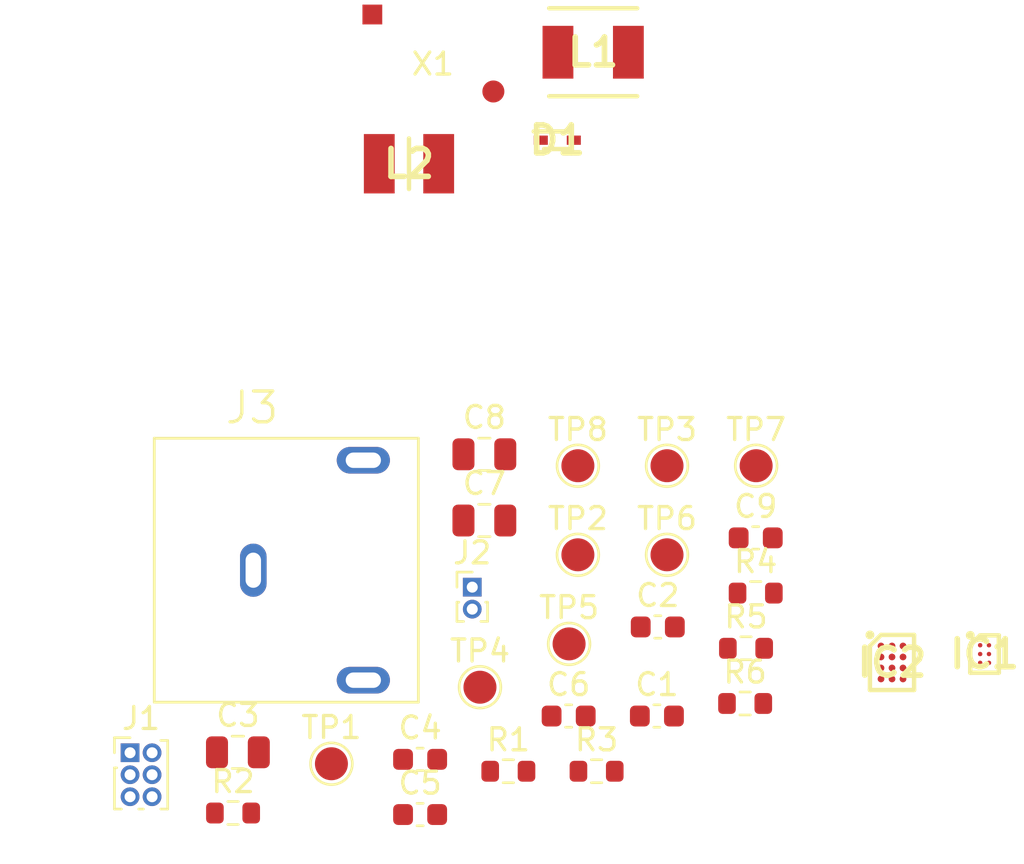
<source format=kicad_pcb>
(kicad_pcb (version 20171130) (host pcbnew "(5.1.5)-3")

  (general
    (thickness 1.6)
    (drawings 0)
    (tracks 0)
    (zones 0)
    (modules 32)
    (nets 21)
  )

  (page A4)
  (layers
    (0 F.Cu signal)
    (31 B.Cu signal hide)
    (32 B.Adhes user hide)
    (33 F.Adhes user hide)
    (34 B.Paste user hide)
    (35 F.Paste user hide)
    (36 B.SilkS user hide)
    (37 F.SilkS user hide)
    (38 B.Mask user hide)
    (39 F.Mask user hide)
    (40 Dwgs.User user hide)
    (41 Cmts.User user hide)
    (42 Eco1.User user hide)
    (43 Eco2.User user hide)
    (44 Edge.Cuts user hide)
    (45 Margin user hide)
    (46 B.CrtYd user hide)
    (47 F.CrtYd user hide)
    (48 B.Fab user hide)
    (49 F.Fab user)
  )

  (setup
    (last_trace_width 0.25)
    (trace_clearance 0.2)
    (zone_clearance 0.508)
    (zone_45_only no)
    (trace_min 0.2)
    (via_size 0.8)
    (via_drill 0.4)
    (via_min_size 0.4)
    (via_min_drill 0.3)
    (uvia_size 0.3)
    (uvia_drill 0.1)
    (uvias_allowed no)
    (uvia_min_size 0.2)
    (uvia_min_drill 0.1)
    (edge_width 0.05)
    (segment_width 0.2)
    (pcb_text_width 0.3)
    (pcb_text_size 1.5 1.5)
    (mod_edge_width 0.12)
    (mod_text_size 1 1)
    (mod_text_width 0.15)
    (pad_size 1.524 1.524)
    (pad_drill 0.762)
    (pad_to_mask_clearance 0)
    (aux_axis_origin 0 0)
    (visible_elements 7FFFFFFF)
    (pcbplotparams
      (layerselection 0x010fc_ffffffff)
      (usegerberextensions false)
      (usegerberattributes true)
      (usegerberadvancedattributes true)
      (creategerberjobfile true)
      (excludeedgelayer true)
      (linewidth 0.100000)
      (plotframeref false)
      (viasonmask false)
      (mode 1)
      (useauxorigin false)
      (hpglpennumber 1)
      (hpglpenspeed 20)
      (hpglpendiameter 15.000000)
      (psnegative false)
      (psa4output false)
      (plotreference true)
      (plotvalue true)
      (plotinvisibletext false)
      (padsonsilk false)
      (subtractmaskfromsilk false)
      (outputformat 1)
      (mirror false)
      (drillshape 1)
      (scaleselection 1)
      (outputdirectory ""))
  )

  (net 0 "")
  (net 1 GND)
  (net 2 +3V3)
  (net 3 +15V)
  (net 4 "Net-(C5-Pad1)")
  (net 5 "Net-(C6-Pad2)")
  (net 6 /AUDIO_IN)
  (net 7 "Net-(C7-Pad2)")
  (net 8 "Net-(C7-Pad1)")
  (net 9 "Net-(C8-Pad2)")
  (net 10 /MEMS_NEG_POLE)
  (net 11 "Net-(C9-Pad1)")
  (net 12 /VCC)
  (net 13 /VCC_IN)
  (net 14 /GAIN)
  (net 15 /ENABLE)
  (net 16 "Net-(J3-Pad2)")
  (net 17 "Net-(IC1-PadB1)")
  (net 18 /MEMS_POS_POLE)
  (net 19 "Net-(IC1-PadB2)")
  (net 20 "Net-(D1-Pad2)")

  (net_class Default "This is the default net class."
    (clearance 0.2)
    (trace_width 0.25)
    (via_dia 0.8)
    (via_drill 0.4)
    (uvia_dia 0.3)
    (uvia_drill 0.1)
    (add_net +15V)
    (add_net +3V3)
    (add_net /AUDIO_IN)
    (add_net /ENABLE)
    (add_net /GAIN)
    (add_net /MEMS_NEG_POLE)
    (add_net /MEMS_POS_POLE)
    (add_net /VCC)
    (add_net /VCC_IN)
    (add_net GND)
    (add_net "Net-(C5-Pad1)")
    (add_net "Net-(C6-Pad2)")
    (add_net "Net-(C7-Pad1)")
    (add_net "Net-(C7-Pad2)")
    (add_net "Net-(C8-Pad2)")
    (add_net "Net-(C9-Pad1)")
    (add_net "Net-(D1-Pad2)")
    (add_net "Net-(IC1-PadB1)")
    (add_net "Net-(IC1-PadB2)")
    (add_net "Net-(J3-Pad2)")
  )

  (module SamacSys_Parts:Adap_UT_P2019 (layer F.Cu) (tedit 612BF0E0) (tstamp 61547572)
    (at 77.9999 -26.92152)
    (path /612D2EC1)
    (solder_mask_margin 0.2)
    (solder_paste_ratio -0.1)
    (clearance 0.2)
    (fp_text reference X1 (at 0 0.5) (layer F.SilkS)
      (effects (font (size 1 1) (thickness 0.15)))
    )
    (fp_text value Adap_UT_P2019 (at 0.053071 2.987991) (layer F.Fab)
      (effects (font (size 1 1) (thickness 0.15)))
    )
    (fp_line (start -3.35 -2.35) (end 3.35 -2.35) (layer F.Fab) (width 0.12))
    (fp_line (start 3.35 2.35) (end 3.35 -2.35) (layer F.Fab) (width 0.12))
    (fp_line (start -3.35 2.35) (end -3.35 -2.35) (layer F.Fab) (width 0.12))
    (fp_line (start -3.35 2.35) (end 3.35 2.35) (layer F.Fab) (width 0.12))
    (pad 2 smd circle (at 2.75 1.75) (size 1 1) (layers F.Cu F.Paste F.Mask)
      (net 10 /MEMS_NEG_POLE) (zone_connect 0))
    (pad 1 smd custom (at -2.75 -1.75) (size 0.9 0.9) (layers F.Cu F.Paste F.Mask)
      (net 18 /MEMS_POS_POLE) (zone_connect 0)
      (options (clearance outline) (anchor rect))
      (primitives
      ))
  )

  (module SamacSys_Parts:INDC3225X170N (layer F.Cu) (tedit 0) (tstamp 61547438)
    (at 76.9149 -21.88652)
    (descr 1210/3225)
    (tags Inductor)
    (path /614A4A48)
    (attr smd)
    (fp_text reference L2 (at 0 0) (layer F.SilkS)
      (effects (font (size 1.27 1.27) (thickness 0.254)))
    )
    (fp_text value BRL3225T4R7M (at 0 0) (layer F.SilkS) hide
      (effects (font (size 1.27 1.27) (thickness 0.254)))
    )
    (fp_line (start 0 -1.15) (end 0 1.15) (layer F.SilkS) (width 0.2))
    (fp_line (start -1.6 1.25) (end -1.6 -1.25) (layer F.Fab) (width 0.1))
    (fp_line (start 1.6 1.25) (end -1.6 1.25) (layer F.Fab) (width 0.1))
    (fp_line (start 1.6 -1.25) (end 1.6 1.25) (layer F.Fab) (width 0.1))
    (fp_line (start -1.6 -1.25) (end 1.6 -1.25) (layer F.Fab) (width 0.1))
    (fp_line (start -2.3 1.6) (end -2.3 -1.6) (layer F.CrtYd) (width 0.05))
    (fp_line (start 2.3 1.6) (end -2.3 1.6) (layer F.CrtYd) (width 0.05))
    (fp_line (start 2.3 -1.6) (end 2.3 1.6) (layer F.CrtYd) (width 0.05))
    (fp_line (start -2.3 -1.6) (end 2.3 -1.6) (layer F.CrtYd) (width 0.05))
    (fp_text user %R (at 0 0) (layer F.Fab)
      (effects (font (size 1.27 1.27) (thickness 0.254)))
    )
    (pad 2 smd rect (at 1.35 0) (size 1.4 2.7) (layers F.Cu F.Paste F.Mask)
      (net 2 +3V3))
    (pad 1 smd rect (at -1.35 0) (size 1.4 2.7) (layers F.Cu F.Paste F.Mask)
      (net 20 "Net-(D1-Pad2)"))
    (model C:\SamacSys_PCB_Library\KiCad\SamacSys_Parts.3dshapes\BRL3225T4R7M.stp
      (at (xyz 0 0 0))
      (scale (xyz 1 1 1))
      (rotate (xyz 0 0 0))
    )
  )

  (module SamacSys_Parts:FDSD0420WH150MP3 (layer F.Cu) (tedit 0) (tstamp 61547428)
    (at 85.2849 -26.95652)
    (descr "1515 (4040) T=2.0mm")
    (tags Inductor)
    (path /614C1FFE)
    (attr smd)
    (fp_text reference L1 (at 0 0) (layer F.SilkS)
      (effects (font (size 1.27 1.27) (thickness 0.254)))
    )
    (fp_text value FDSD0420-H-100M=P3 (at 0 0) (layer F.SilkS) hide
      (effects (font (size 1.27 1.27) (thickness 0.254)))
    )
    (fp_line (start -2 2) (end 2 2) (layer F.SilkS) (width 0.2))
    (fp_line (start 2 -2) (end -2 -2) (layer F.SilkS) (width 0.2))
    (fp_line (start -2 2) (end -2 -2) (layer F.Fab) (width 0.1))
    (fp_line (start 2 2) (end -2 2) (layer F.Fab) (width 0.1))
    (fp_line (start 2 -2) (end 2 2) (layer F.Fab) (width 0.1))
    (fp_line (start -2 -2) (end 2 -2) (layer F.Fab) (width 0.1))
    (fp_line (start -2.85 2.35) (end -2.85 -2.35) (layer F.CrtYd) (width 0.05))
    (fp_line (start 2.85 2.35) (end -2.85 2.35) (layer F.CrtYd) (width 0.05))
    (fp_line (start 2.85 -2.35) (end 2.85 2.35) (layer F.CrtYd) (width 0.05))
    (fp_line (start -2.85 -2.35) (end 2.85 -2.35) (layer F.CrtYd) (width 0.05))
    (fp_text user %R (at 0 0) (layer F.Fab)
      (effects (font (size 1.27 1.27) (thickness 0.254)))
    )
    (pad 2 smd rect (at 1.6 0) (size 1.4 2.4) (layers F.Cu F.Paste F.Mask)
      (net 19 "Net-(IC1-PadB2)"))
    (pad 1 smd rect (at -1.6 0) (size 1.4 2.4) (layers F.Cu F.Paste F.Mask)
      (net 2 +3V3))
    (model C:\SamacSys_PCB_Library\KiCad\SamacSys_Parts.3dshapes\FDSD0420-H-100M=P3.stp
      (at (xyz 0 0 0))
      (scale (xyz 1 1 1))
      (rotate (xyz 0 0 0))
    )
  )

  (module SamacSys_Parts:SODFL1608X70N (layer F.Cu) (tedit 0) (tstamp 615472FF)
    (at 83.6549 -22.95652)
    (descr "SOD-523 CASE 502")
    (tags Diode)
    (path /612F0BD4)
    (attr smd)
    (fp_text reference D1 (at 0 0) (layer F.SilkS)
      (effects (font (size 1.27 1.27) (thickness 0.254)))
    )
    (fp_text value NSR0520V2T1G (at 0 0) (layer F.SilkS) hide
      (effects (font (size 1.27 1.27) (thickness 0.254)))
    )
    (fp_line (start -0.6 0.4) (end 0.6 0.4) (layer F.SilkS) (width 0.2))
    (fp_line (start -1.07 -0.4) (end 0.6 -0.4) (layer F.SilkS) (width 0.2))
    (fp_line (start -0.6 -0.08) (end -0.28 -0.4) (layer F.Fab) (width 0.1))
    (fp_line (start -0.6 0.4) (end -0.6 -0.4) (layer F.Fab) (width 0.1))
    (fp_line (start 0.6 0.4) (end -0.6 0.4) (layer F.Fab) (width 0.1))
    (fp_line (start 0.6 -0.4) (end 0.6 0.4) (layer F.Fab) (width 0.1))
    (fp_line (start -0.6 -0.4) (end 0.6 -0.4) (layer F.Fab) (width 0.1))
    (fp_line (start -1.22 0.6) (end -1.22 -0.6) (layer F.CrtYd) (width 0.05))
    (fp_line (start 1.22 0.6) (end -1.22 0.6) (layer F.CrtYd) (width 0.05))
    (fp_line (start 1.22 -0.6) (end 1.22 0.6) (layer F.CrtYd) (width 0.05))
    (fp_line (start -1.22 -0.6) (end 1.22 -0.6) (layer F.CrtYd) (width 0.05))
    (fp_text user %R (at 0 0) (layer F.Fab)
      (effects (font (size 1.27 1.27) (thickness 0.254)))
    )
    (pad 2 smd rect (at 0.75 0 90) (size 0.42 0.64) (layers F.Cu F.Paste F.Mask)
      (net 20 "Net-(D1-Pad2)"))
    (pad 1 smd rect (at -0.75 0 90) (size 0.42 0.64) (layers F.Cu F.Paste F.Mask)
      (net 4 "Net-(C5-Pad1)"))
    (model C:\SamacSys_PCB_Library\KiCad\SamacSys_Parts.3dshapes\NSR0520V2T1G.stp
      (at (xyz 0 0 0))
      (scale (xyz 1 1 1))
      (rotate (xyz 0 0 0))
    )
  )

  (module TestPoint:TestPoint_Pad_D1.5mm (layer F.Cu) (tedit 5A0F774F) (tstamp 61547F0F)
    (at 84.590661 -8.154939)
    (descr "SMD pad as test Point, diameter 1.5mm")
    (tags "test point SMD pad")
    (path /616730E8)
    (attr virtual)
    (fp_text reference TP8 (at 0 -1.648) (layer F.SilkS)
      (effects (font (size 1 1) (thickness 0.15)))
    )
    (fp_text value BSW (at 0 1.75) (layer F.Fab)
      (effects (font (size 1 1) (thickness 0.15)))
    )
    (fp_text user %R (at 0 -1.65) (layer F.Fab)
      (effects (font (size 1 1) (thickness 0.15)))
    )
    (fp_circle (center 0 0) (end 1.25 0) (layer F.CrtYd) (width 0.05))
    (fp_circle (center 0 0) (end 0 0.95) (layer F.SilkS) (width 0.12))
    (pad 1 smd circle (at 0 0) (size 1.5 1.5) (layers F.Cu F.Mask)
      (net 19 "Net-(IC1-PadB2)"))
  )

  (module TestPoint:TestPoint_Pad_D1.5mm (layer F.Cu) (tedit 5A0F774F) (tstamp 61547F07)
    (at 92.690661 -8.154939)
    (descr "SMD pad as test Point, diameter 1.5mm")
    (tags "test point SMD pad")
    (path /616720F7)
    (attr virtual)
    (fp_text reference TP7 (at 0 -1.648) (layer F.SilkS)
      (effects (font (size 1 1) (thickness 0.15)))
    )
    (fp_text value +15V (at 0 1.75) (layer F.Fab)
      (effects (font (size 1 1) (thickness 0.15)))
    )
    (fp_text user %R (at 0 -1.65) (layer F.Fab)
      (effects (font (size 1 1) (thickness 0.15)))
    )
    (fp_circle (center 0 0) (end 1.25 0) (layer F.CrtYd) (width 0.05))
    (fp_circle (center 0 0) (end 0 0.95) (layer F.SilkS) (width 0.12))
    (pad 1 smd circle (at 0 0) (size 1.5 1.5) (layers F.Cu F.Mask)
      (net 3 +15V))
  )

  (module TestPoint:TestPoint_Pad_D1.5mm (layer F.Cu) (tedit 5A0F774F) (tstamp 61547EFF)
    (at 88.640661 -4.104939)
    (descr "SMD pad as test Point, diameter 1.5mm")
    (tags "test point SMD pad")
    (path /6165D2F8)
    (attr virtual)
    (fp_text reference TP6 (at 0 -1.648) (layer F.SilkS)
      (effects (font (size 1 1) (thickness 0.15)))
    )
    (fp_text value VBST (at 0 1.75) (layer F.Fab)
      (effects (font (size 1 1) (thickness 0.15)))
    )
    (fp_text user %R (at 0 -1.65) (layer F.Fab)
      (effects (font (size 1 1) (thickness 0.15)))
    )
    (fp_circle (center 0 0) (end 1.25 0) (layer F.CrtYd) (width 0.05))
    (fp_circle (center 0 0) (end 0 0.95) (layer F.SilkS) (width 0.12))
    (pad 1 smd circle (at 0 0) (size 1.5 1.5) (layers F.Cu F.Mask)
      (net 4 "Net-(C5-Pad1)"))
  )

  (module TestPoint:TestPoint_Pad_D1.5mm (layer F.Cu) (tedit 5A0F774F) (tstamp 61547EF7)
    (at 84.190661 -0.054939)
    (descr "SMD pad as test Point, diameter 1.5mm")
    (tags "test point SMD pad")
    (path /61653600)
    (attr virtual)
    (fp_text reference TP5 (at 0 -1.648) (layer F.SilkS)
      (effects (font (size 1 1) (thickness 0.15)))
    )
    (fp_text value VCC (at 0 1.75) (layer F.Fab)
      (effects (font (size 1 1) (thickness 0.15)))
    )
    (fp_text user %R (at 0 -1.65) (layer F.Fab)
      (effects (font (size 1 1) (thickness 0.15)))
    )
    (fp_circle (center 0 0) (end 1.25 0) (layer F.CrtYd) (width 0.05))
    (fp_circle (center 0 0) (end 0 0.95) (layer F.SilkS) (width 0.12))
    (pad 1 smd circle (at 0 0) (size 1.5 1.5) (layers F.Cu F.Mask)
      (net 2 +3V3))
  )

  (module TestPoint:TestPoint_Pad_D1.5mm (layer F.Cu) (tedit 5A0F774F) (tstamp 61547EEF)
    (at 80.140661 1.915061)
    (descr "SMD pad as test Point, diameter 1.5mm")
    (tags "test point SMD pad")
    (path /6162CD04)
    (attr virtual)
    (fp_text reference TP4 (at 0 -1.648) (layer F.SilkS)
      (effects (font (size 1 1) (thickness 0.15)))
    )
    (fp_text value MEMS_NEG_POLE (at 0 1.75) (layer F.Fab)
      (effects (font (size 1 1) (thickness 0.15)))
    )
    (fp_text user %R (at 0 -1.65) (layer F.Fab)
      (effects (font (size 1 1) (thickness 0.15)))
    )
    (fp_circle (center 0 0) (end 1.25 0) (layer F.CrtYd) (width 0.05))
    (fp_circle (center 0 0) (end 0 0.95) (layer F.SilkS) (width 0.12))
    (pad 1 smd circle (at 0 0) (size 1.5 1.5) (layers F.Cu F.Mask)
      (net 10 /MEMS_NEG_POLE))
  )

  (module TestPoint:TestPoint_Pad_D1.5mm (layer F.Cu) (tedit 5A0F774F) (tstamp 61547EE7)
    (at 88.640661 -8.154939)
    (descr "SMD pad as test Point, diameter 1.5mm")
    (tags "test point SMD pad")
    (path /6162D4C8)
    (attr virtual)
    (fp_text reference TP3 (at 0 -1.648) (layer F.SilkS)
      (effects (font (size 1 1) (thickness 0.15)))
    )
    (fp_text value MEMS_POS_POLE (at 0 1.75) (layer F.Fab)
      (effects (font (size 1 1) (thickness 0.15)))
    )
    (fp_text user %R (at 0 -1.65) (layer F.Fab)
      (effects (font (size 1 1) (thickness 0.15)))
    )
    (fp_circle (center 0 0) (end 1.25 0) (layer F.CrtYd) (width 0.05))
    (fp_circle (center 0 0) (end 0 0.95) (layer F.SilkS) (width 0.12))
    (pad 1 smd circle (at 0 0) (size 1.5 1.5) (layers F.Cu F.Mask)
      (net 18 /MEMS_POS_POLE))
  )

  (module TestPoint:TestPoint_Pad_D1.5mm (layer F.Cu) (tedit 5A0F774F) (tstamp 61547EDF)
    (at 84.590661 -4.104939)
    (descr "SMD pad as test Point, diameter 1.5mm")
    (tags "test point SMD pad")
    (path /6162BE10)
    (attr virtual)
    (fp_text reference TP2 (at 0 -1.648) (layer F.SilkS)
      (effects (font (size 1 1) (thickness 0.15)))
    )
    (fp_text value "Second signal" (at 0 1.75) (layer F.Fab)
      (effects (font (size 1 1) (thickness 0.15)))
    )
    (fp_text user %R (at 0 -1.65) (layer F.Fab)
      (effects (font (size 1 1) (thickness 0.15)))
    )
    (fp_circle (center 0 0) (end 1.25 0) (layer F.CrtYd) (width 0.05))
    (fp_circle (center 0 0) (end 0 0.95) (layer F.SilkS) (width 0.12))
    (pad 1 smd circle (at 0 0) (size 1.5 1.5) (layers F.Cu F.Mask)
      (net 16 "Net-(J3-Pad2)"))
  )

  (module TestPoint:TestPoint_Pad_D1.5mm (layer F.Cu) (tedit 5A0F774F) (tstamp 61547ED7)
    (at 73.390661 5.395061)
    (descr "SMD pad as test Point, diameter 1.5mm")
    (tags "test point SMD pad")
    (path /6162CBDE)
    (attr virtual)
    (fp_text reference TP1 (at 0 -1.648) (layer F.SilkS)
      (effects (font (size 1 1) (thickness 0.15)))
    )
    (fp_text value Audio (at 0 1.75) (layer F.Fab)
      (effects (font (size 1 1) (thickness 0.15)))
    )
    (fp_text user %R (at 0 -1.65) (layer F.Fab)
      (effects (font (size 1 1) (thickness 0.15)))
    )
    (fp_circle (center 0 0) (end 1.25 0) (layer F.CrtYd) (width 0.05))
    (fp_circle (center 0 0) (end 0 0.95) (layer F.SilkS) (width 0.12))
    (pad 1 smd circle (at 0 0) (size 1.5 1.5) (layers F.Cu F.Mask)
      (net 1 GND))
  )

  (module SamacSys_Parts:BGA12C50P3X4_146X196X68 (layer F.Cu) (tedit 0) (tstamp 61549E57)
    (at 98.86466 0.7904)
    (descr YZR0012)
    (tags "Integrated Circuit")
    (path /6128DFE1)
    (attr smd)
    (fp_text reference IC2 (at 0 0) (layer F.SilkS)
      (effects (font (size 1.27 1.27) (thickness 0.254)))
    )
    (fp_text value LM48580TL_NOPB (at 0 0) (layer F.SilkS) hide
      (effects (font (size 1.27 1.27) (thickness 0.254)))
    )
    (fp_text user %R (at 0 0) (layer F.Fab)
      (effects (font (size 1.27 1.27) (thickness 0.254)))
    )
    (fp_line (start -1.745 -1.995) (end 1.745 -1.995) (layer F.CrtYd) (width 0.05))
    (fp_line (start 1.745 -1.995) (end 1.745 1.995) (layer F.CrtYd) (width 0.05))
    (fp_line (start 1.745 1.995) (end -1.745 1.995) (layer F.CrtYd) (width 0.05))
    (fp_line (start -1.745 1.995) (end -1.745 -1.995) (layer F.CrtYd) (width 0.05))
    (fp_line (start -0.73 -0.98) (end 0.73 -0.98) (layer F.Fab) (width 0.1))
    (fp_line (start 0.73 -0.98) (end 0.73 0.98) (layer F.Fab) (width 0.1))
    (fp_line (start 0.73 0.98) (end -0.73 0.98) (layer F.Fab) (width 0.1))
    (fp_line (start -0.73 0.98) (end -0.73 -0.98) (layer F.Fab) (width 0.1))
    (fp_line (start -0.73 -0.482) (end -0.232 -0.98) (layer F.Fab) (width 0.1))
    (fp_line (start -0.5 -1.253) (end 1.003 -1.253) (layer F.SilkS) (width 0.2))
    (fp_line (start 1.003 -1.253) (end 1.003 1.253) (layer F.SilkS) (width 0.2))
    (fp_line (start 1.003 1.253) (end -1.003 1.253) (layer F.SilkS) (width 0.2))
    (fp_line (start -1.003 1.253) (end -1.003 -0.75) (layer F.SilkS) (width 0.2))
    (fp_line (start -1.003 -0.75) (end -0.5 -1.253) (layer F.SilkS) (width 0.2))
    (fp_circle (center -1.003 -1.253) (end -1.003 -1.153) (layer F.SilkS) (width 0.2))
    (pad D3 smd circle (at 0.5 0.75 90) (size 0.306 0.306) (layers F.Cu F.Paste F.Mask)
      (net 1 GND))
    (pad D2 smd circle (at 0 0.75 90) (size 0.306 0.306) (layers F.Cu F.Paste F.Mask)
      (net 2 +3V3))
    (pad D1 smd circle (at -0.5 0.75 90) (size 0.306 0.306) (layers F.Cu F.Paste F.Mask)
      (net 4 "Net-(C5-Pad1)"))
    (pad C3 smd circle (at 0.5 0.25 90) (size 0.306 0.306) (layers F.Cu F.Paste F.Mask)
      (net 2 +3V3))
    (pad C2 smd circle (at 0 0.25 90) (size 0.306 0.306) (layers F.Cu F.Paste F.Mask)
      (net 15 /ENABLE))
    (pad C1 smd circle (at -0.5 0.25 90) (size 0.306 0.306) (layers F.Cu F.Paste F.Mask)
      (net 4 "Net-(C5-Pad1)"))
    (pad B3 smd circle (at 0.5 -0.25 90) (size 0.306 0.306) (layers F.Cu F.Paste F.Mask)
      (net 11 "Net-(C9-Pad1)"))
    (pad B2 smd circle (at 0 -0.25 90) (size 0.306 0.306) (layers F.Cu F.Paste F.Mask)
      (net 14 /GAIN))
    (pad B1 smd circle (at -0.5 -0.25 90) (size 0.306 0.306) (layers F.Cu F.Paste F.Mask)
      (net 9 "Net-(C8-Pad2)"))
    (pad A3 smd circle (at 0.5 -0.75 90) (size 0.306 0.306) (layers F.Cu F.Paste F.Mask)
      (net 5 "Net-(C6-Pad2)"))
    (pad A2 smd circle (at 0 -0.75 90) (size 0.306 0.306) (layers F.Cu F.Paste F.Mask)
      (net 1 GND))
    (pad A1 smd circle (at -0.5 -0.75 90) (size 0.306 0.306) (layers F.Cu F.Paste F.Mask)
      (net 7 "Net-(C7-Pad2)"))
    (model "C:\\Users\\gebruikersnaam\\Documents\\Opleidingen\\Industiele ingenieur\\Opleiding elektronica\\Master jaar\\Masterproef 2021-2022\\Hardware design\\SamacSys_Parts.3dshapes\\LM48580TLX_NOPB.stp"
      (at (xyz 0 0 0))
      (scale (xyz 1 1 1))
      (rotate (xyz 0 0 0))
    )
  )

  (module SamacSys_Parts:BGA6C40P2X3_79X119X62 (layer F.Cu) (tedit 0) (tstamp 61549E37)
    (at 103.07066 0.4064)
    (descr "YFF0006 DSBGA - 0.625 mm max height_2020")
    (tags "Integrated Circuit")
    (path /6128F8E7)
    (attr smd)
    (fp_text reference IC1 (at 0 0) (layer F.SilkS)
      (effects (font (size 1.27 1.27) (thickness 0.254)))
    )
    (fp_text value TPS61046YFFR (at 0 0) (layer F.SilkS) hide
      (effects (font (size 1.27 1.27) (thickness 0.254)))
    )
    (fp_text user %R (at 0 0) (layer F.Fab)
      (effects (font (size 1.27 1.27) (thickness 0.254)))
    )
    (fp_line (start -1.411 -1.611) (end 1.411 -1.611) (layer F.CrtYd) (width 0.05))
    (fp_line (start 1.411 -1.611) (end 1.411 1.611) (layer F.CrtYd) (width 0.05))
    (fp_line (start 1.411 1.611) (end -1.411 1.611) (layer F.CrtYd) (width 0.05))
    (fp_line (start -1.411 1.611) (end -1.411 -1.611) (layer F.CrtYd) (width 0.05))
    (fp_line (start -0.396 -0.596) (end 0.396 -0.596) (layer F.Fab) (width 0.1))
    (fp_line (start 0.396 -0.596) (end 0.396 0.596) (layer F.Fab) (width 0.1))
    (fp_line (start 0.396 0.596) (end -0.396 0.596) (layer F.Fab) (width 0.1))
    (fp_line (start -0.396 0.596) (end -0.396 -0.596) (layer F.Fab) (width 0.1))
    (fp_line (start -0.396 -0.29) (end -0.09 -0.596) (layer F.Fab) (width 0.1))
    (fp_line (start -0.2 -0.85) (end 0.65 -0.85) (layer F.SilkS) (width 0.2))
    (fp_line (start 0.65 -0.85) (end 0.65 0.85) (layer F.SilkS) (width 0.2))
    (fp_line (start 0.65 0.85) (end -0.65 0.85) (layer F.SilkS) (width 0.2))
    (fp_line (start -0.65 0.85) (end -0.65 -0.4) (layer F.SilkS) (width 0.2))
    (fp_line (start -0.65 -0.4) (end -0.2 -0.85) (layer F.SilkS) (width 0.2))
    (fp_circle (center -0.65 -0.85) (end -0.65 -0.75) (layer F.SilkS) (width 0.2))
    (pad C2 smd circle (at 0.2 0.4 90) (size 0.2 0.2) (layers F.Cu F.Paste F.Mask)
      (net 3 +15V))
    (pad C1 smd circle (at -0.2 0.4 90) (size 0.2 0.2) (layers F.Cu F.Paste F.Mask)
      (net 15 /ENABLE))
    (pad B2 smd circle (at 0.2 0 90) (size 0.2 0.2) (layers F.Cu F.Paste F.Mask)
      (net 19 "Net-(IC1-PadB2)"))
    (pad B1 smd circle (at -0.2 0 90) (size 0.2 0.2) (layers F.Cu F.Paste F.Mask)
      (net 17 "Net-(IC1-PadB1)"))
    (pad A2 smd circle (at 0.2 -0.4 90) (size 0.2 0.2) (layers F.Cu F.Paste F.Mask)
      (net 1 GND))
    (pad A1 smd circle (at -0.2 -0.4 90) (size 0.2 0.2) (layers F.Cu F.Paste F.Mask)
      (net 2 +3V3))
    (model "C:\\Users\\gebruikersnaam\\Documents\\Opleidingen\\Industiele ingenieur\\Opleiding elektronica\\Master jaar\\Masterproef 2021-2022\\Hardware design\\SamacSys_Parts.3dshapes\\TPS61046YFFT.stp"
      (at (xyz 0 0 0))
      (scale (xyz 1 1 1))
      (rotate (xyz 0 0 0))
    )
  )

  (module Resistor_SMD:R_0603_1608Metric (layer F.Cu) (tedit 5F68FEEE) (tstamp 61547ECF)
    (at 92.190661 2.655061)
    (descr "Resistor SMD 0603 (1608 Metric), square (rectangular) end terminal, IPC_7351 nominal, (Body size source: IPC-SM-782 page 72, https://www.pcb-3d.com/wordpress/wp-content/uploads/ipc-sm-782a_amendment_1_and_2.pdf), generated with kicad-footprint-generator")
    (tags resistor)
    (path /61682323)
    (attr smd)
    (fp_text reference R6 (at 0 -1.43) (layer F.SilkS)
      (effects (font (size 1 1) (thickness 0.15)))
    )
    (fp_text value 1 (at 0 1.43) (layer F.Fab)
      (effects (font (size 1 1) (thickness 0.15)))
    )
    (fp_text user %R (at 0 0) (layer F.Fab)
      (effects (font (size 0.4 0.4) (thickness 0.06)))
    )
    (fp_line (start -0.8 0.4125) (end -0.8 -0.4125) (layer F.Fab) (width 0.1))
    (fp_line (start -0.8 -0.4125) (end 0.8 -0.4125) (layer F.Fab) (width 0.1))
    (fp_line (start 0.8 -0.4125) (end 0.8 0.4125) (layer F.Fab) (width 0.1))
    (fp_line (start 0.8 0.4125) (end -0.8 0.4125) (layer F.Fab) (width 0.1))
    (fp_line (start -0.237258 -0.5225) (end 0.237258 -0.5225) (layer F.SilkS) (width 0.12))
    (fp_line (start -0.237258 0.5225) (end 0.237258 0.5225) (layer F.SilkS) (width 0.12))
    (fp_line (start -1.48 0.73) (end -1.48 -0.73) (layer F.CrtYd) (width 0.05))
    (fp_line (start -1.48 -0.73) (end 1.48 -0.73) (layer F.CrtYd) (width 0.05))
    (fp_line (start 1.48 -0.73) (end 1.48 0.73) (layer F.CrtYd) (width 0.05))
    (fp_line (start 1.48 0.73) (end -1.48 0.73) (layer F.CrtYd) (width 0.05))
    (pad 2 smd roundrect (at 0.825 0) (size 0.8 0.95) (layers F.Cu F.Paste F.Mask) (roundrect_rratio 0.25)
      (net 13 /VCC_IN))
    (pad 1 smd roundrect (at -0.825 0) (size 0.8 0.95) (layers F.Cu F.Paste F.Mask) (roundrect_rratio 0.25)
      (net 12 /VCC))
    (model ${KISYS3DMOD}/Resistor_SMD.3dshapes/R_0603_1608Metric.wrl
      (at (xyz 0 0 0))
      (scale (xyz 1 1 1))
      (rotate (xyz 0 0 0))
    )
  )

  (module Resistor_SMD:R_0603_1608Metric (layer F.Cu) (tedit 5F68FEEE) (tstamp 61547EBE)
    (at 92.230661 0.145061)
    (descr "Resistor SMD 0603 (1608 Metric), square (rectangular) end terminal, IPC_7351 nominal, (Body size source: IPC-SM-782 page 72, https://www.pcb-3d.com/wordpress/wp-content/uploads/ipc-sm-782a_amendment_1_and_2.pdf), generated with kicad-footprint-generator")
    (tags resistor)
    (path /61425988)
    (attr smd)
    (fp_text reference R5 (at 0 -1.43) (layer F.SilkS)
      (effects (font (size 1 1) (thickness 0.15)))
    )
    (fp_text value 10 (at 0 1.43) (layer F.Fab)
      (effects (font (size 1 1) (thickness 0.15)))
    )
    (fp_text user %R (at 0 0) (layer F.Fab)
      (effects (font (size 0.4 0.4) (thickness 0.06)))
    )
    (fp_line (start -0.8 0.4125) (end -0.8 -0.4125) (layer F.Fab) (width 0.1))
    (fp_line (start -0.8 -0.4125) (end 0.8 -0.4125) (layer F.Fab) (width 0.1))
    (fp_line (start 0.8 -0.4125) (end 0.8 0.4125) (layer F.Fab) (width 0.1))
    (fp_line (start 0.8 0.4125) (end -0.8 0.4125) (layer F.Fab) (width 0.1))
    (fp_line (start -0.237258 -0.5225) (end 0.237258 -0.5225) (layer F.SilkS) (width 0.12))
    (fp_line (start -0.237258 0.5225) (end 0.237258 0.5225) (layer F.SilkS) (width 0.12))
    (fp_line (start -1.48 0.73) (end -1.48 -0.73) (layer F.CrtYd) (width 0.05))
    (fp_line (start -1.48 -0.73) (end 1.48 -0.73) (layer F.CrtYd) (width 0.05))
    (fp_line (start 1.48 -0.73) (end 1.48 0.73) (layer F.CrtYd) (width 0.05))
    (fp_line (start 1.48 0.73) (end -1.48 0.73) (layer F.CrtYd) (width 0.05))
    (pad 2 smd roundrect (at 0.825 0) (size 0.8 0.95) (layers F.Cu F.Paste F.Mask) (roundrect_rratio 0.25)
      (net 18 /MEMS_POS_POLE))
    (pad 1 smd roundrect (at -0.825 0) (size 0.8 0.95) (layers F.Cu F.Paste F.Mask) (roundrect_rratio 0.25)
      (net 8 "Net-(C7-Pad1)"))
    (model ${KISYS3DMOD}/Resistor_SMD.3dshapes/R_0603_1608Metric.wrl
      (at (xyz 0 0 0))
      (scale (xyz 1 1 1))
      (rotate (xyz 0 0 0))
    )
  )

  (module Resistor_SMD:R_0603_1608Metric (layer F.Cu) (tedit 5F68FEEE) (tstamp 61547EAD)
    (at 92.670661 -2.364939)
    (descr "Resistor SMD 0603 (1608 Metric), square (rectangular) end terminal, IPC_7351 nominal, (Body size source: IPC-SM-782 page 72, https://www.pcb-3d.com/wordpress/wp-content/uploads/ipc-sm-782a_amendment_1_and_2.pdf), generated with kicad-footprint-generator")
    (tags resistor)
    (path /61296F66)
    (attr smd)
    (fp_text reference R4 (at 0 -1.43) (layer F.SilkS)
      (effects (font (size 1 1) (thickness 0.15)))
    )
    (fp_text value 100k (at 0 1.43) (layer F.Fab)
      (effects (font (size 1 1) (thickness 0.15)))
    )
    (fp_text user %R (at 0 0) (layer F.Fab)
      (effects (font (size 0.4 0.4) (thickness 0.06)))
    )
    (fp_line (start -0.8 0.4125) (end -0.8 -0.4125) (layer F.Fab) (width 0.1))
    (fp_line (start -0.8 -0.4125) (end 0.8 -0.4125) (layer F.Fab) (width 0.1))
    (fp_line (start 0.8 -0.4125) (end 0.8 0.4125) (layer F.Fab) (width 0.1))
    (fp_line (start 0.8 0.4125) (end -0.8 0.4125) (layer F.Fab) (width 0.1))
    (fp_line (start -0.237258 -0.5225) (end 0.237258 -0.5225) (layer F.SilkS) (width 0.12))
    (fp_line (start -0.237258 0.5225) (end 0.237258 0.5225) (layer F.SilkS) (width 0.12))
    (fp_line (start -1.48 0.73) (end -1.48 -0.73) (layer F.CrtYd) (width 0.05))
    (fp_line (start -1.48 -0.73) (end 1.48 -0.73) (layer F.CrtYd) (width 0.05))
    (fp_line (start 1.48 -0.73) (end 1.48 0.73) (layer F.CrtYd) (width 0.05))
    (fp_line (start 1.48 0.73) (end -1.48 0.73) (layer F.CrtYd) (width 0.05))
    (pad 2 smd roundrect (at 0.825 0) (size 0.8 0.95) (layers F.Cu F.Paste F.Mask) (roundrect_rratio 0.25)
      (net 3 +15V))
    (pad 1 smd roundrect (at -0.825 0) (size 0.8 0.95) (layers F.Cu F.Paste F.Mask) (roundrect_rratio 0.25)
      (net 10 /MEMS_NEG_POLE))
    (model ${KISYS3DMOD}/Resistor_SMD.3dshapes/R_0603_1608Metric.wrl
      (at (xyz 0 0 0))
      (scale (xyz 1 1 1))
      (rotate (xyz 0 0 0))
    )
  )

  (module Resistor_SMD:R_0603_1608Metric (layer F.Cu) (tedit 5F68FEEE) (tstamp 61547E9C)
    (at 85.440661 5.735061)
    (descr "Resistor SMD 0603 (1608 Metric), square (rectangular) end terminal, IPC_7351 nominal, (Body size source: IPC-SM-782 page 72, https://www.pcb-3d.com/wordpress/wp-content/uploads/ipc-sm-782a_amendment_1_and_2.pdf), generated with kicad-footprint-generator")
    (tags resistor)
    (path /612965BF)
    (attr smd)
    (fp_text reference R3 (at 0 -1.43) (layer F.SilkS)
      (effects (font (size 1 1) (thickness 0.15)))
    )
    (fp_text value 100k (at 0 1.43) (layer F.Fab)
      (effects (font (size 1 1) (thickness 0.15)))
    )
    (fp_text user %R (at 0 0) (layer F.Fab)
      (effects (font (size 0.4 0.4) (thickness 0.06)))
    )
    (fp_line (start -0.8 0.4125) (end -0.8 -0.4125) (layer F.Fab) (width 0.1))
    (fp_line (start -0.8 -0.4125) (end 0.8 -0.4125) (layer F.Fab) (width 0.1))
    (fp_line (start 0.8 -0.4125) (end 0.8 0.4125) (layer F.Fab) (width 0.1))
    (fp_line (start 0.8 0.4125) (end -0.8 0.4125) (layer F.Fab) (width 0.1))
    (fp_line (start -0.237258 -0.5225) (end 0.237258 -0.5225) (layer F.SilkS) (width 0.12))
    (fp_line (start -0.237258 0.5225) (end 0.237258 0.5225) (layer F.SilkS) (width 0.12))
    (fp_line (start -1.48 0.73) (end -1.48 -0.73) (layer F.CrtYd) (width 0.05))
    (fp_line (start -1.48 -0.73) (end 1.48 -0.73) (layer F.CrtYd) (width 0.05))
    (fp_line (start 1.48 -0.73) (end 1.48 0.73) (layer F.CrtYd) (width 0.05))
    (fp_line (start 1.48 0.73) (end -1.48 0.73) (layer F.CrtYd) (width 0.05))
    (pad 2 smd roundrect (at 0.825 0) (size 0.8 0.95) (layers F.Cu F.Paste F.Mask) (roundrect_rratio 0.25)
      (net 3 +15V))
    (pad 1 smd roundrect (at -0.825 0) (size 0.8 0.95) (layers F.Cu F.Paste F.Mask) (roundrect_rratio 0.25)
      (net 8 "Net-(C7-Pad1)"))
    (model ${KISYS3DMOD}/Resistor_SMD.3dshapes/R_0603_1608Metric.wrl
      (at (xyz 0 0 0))
      (scale (xyz 1 1 1))
      (rotate (xyz 0 0 0))
    )
  )

  (module Resistor_SMD:R_0603_1608Metric (layer F.Cu) (tedit 5F68FEEE) (tstamp 61547E8B)
    (at 68.920661 7.635061)
    (descr "Resistor SMD 0603 (1608 Metric), square (rectangular) end terminal, IPC_7351 nominal, (Body size source: IPC-SM-782 page 72, https://www.pcb-3d.com/wordpress/wp-content/uploads/ipc-sm-782a_amendment_1_and_2.pdf), generated with kicad-footprint-generator")
    (tags resistor)
    (path /61297E2E)
    (attr smd)
    (fp_text reference R2 (at 0 -1.43) (layer F.SilkS)
      (effects (font (size 1 1) (thickness 0.15)))
    )
    (fp_text value 30k (at 0 1.43) (layer F.Fab)
      (effects (font (size 1 1) (thickness 0.15)))
    )
    (fp_text user %R (at 0 0) (layer F.Fab)
      (effects (font (size 0.4 0.4) (thickness 0.06)))
    )
    (fp_line (start -0.8 0.4125) (end -0.8 -0.4125) (layer F.Fab) (width 0.1))
    (fp_line (start -0.8 -0.4125) (end 0.8 -0.4125) (layer F.Fab) (width 0.1))
    (fp_line (start 0.8 -0.4125) (end 0.8 0.4125) (layer F.Fab) (width 0.1))
    (fp_line (start 0.8 0.4125) (end -0.8 0.4125) (layer F.Fab) (width 0.1))
    (fp_line (start -0.237258 -0.5225) (end 0.237258 -0.5225) (layer F.SilkS) (width 0.12))
    (fp_line (start -0.237258 0.5225) (end 0.237258 0.5225) (layer F.SilkS) (width 0.12))
    (fp_line (start -1.48 0.73) (end -1.48 -0.73) (layer F.CrtYd) (width 0.05))
    (fp_line (start -1.48 -0.73) (end 1.48 -0.73) (layer F.CrtYd) (width 0.05))
    (fp_line (start 1.48 -0.73) (end 1.48 0.73) (layer F.CrtYd) (width 0.05))
    (fp_line (start 1.48 0.73) (end -1.48 0.73) (layer F.CrtYd) (width 0.05))
    (pad 2 smd roundrect (at 0.825 0) (size 0.8 0.95) (layers F.Cu F.Paste F.Mask) (roundrect_rratio 0.25)
      (net 1 GND))
    (pad 1 smd roundrect (at -0.825 0) (size 0.8 0.95) (layers F.Cu F.Paste F.Mask) (roundrect_rratio 0.25)
      (net 17 "Net-(IC1-PadB1)"))
    (model ${KISYS3DMOD}/Resistor_SMD.3dshapes/R_0603_1608Metric.wrl
      (at (xyz 0 0 0))
      (scale (xyz 1 1 1))
      (rotate (xyz 0 0 0))
    )
  )

  (module Resistor_SMD:R_0603_1608Metric (layer F.Cu) (tedit 5F68FEEE) (tstamp 61547E7A)
    (at 81.430661 5.735061)
    (descr "Resistor SMD 0603 (1608 Metric), square (rectangular) end terminal, IPC_7351 nominal, (Body size source: IPC-SM-782 page 72, https://www.pcb-3d.com/wordpress/wp-content/uploads/ipc-sm-782a_amendment_1_and_2.pdf), generated with kicad-footprint-generator")
    (tags resistor)
    (path /612975AA)
    (attr smd)
    (fp_text reference R1 (at 0 -1.43) (layer F.SilkS)
      (effects (font (size 1 1) (thickness 0.15)))
    )
    (fp_text value 536k (at 0 1.43) (layer F.Fab)
      (effects (font (size 1 1) (thickness 0.15)))
    )
    (fp_text user %R (at 0 0) (layer F.Fab)
      (effects (font (size 0.4 0.4) (thickness 0.06)))
    )
    (fp_line (start -0.8 0.4125) (end -0.8 -0.4125) (layer F.Fab) (width 0.1))
    (fp_line (start -0.8 -0.4125) (end 0.8 -0.4125) (layer F.Fab) (width 0.1))
    (fp_line (start 0.8 -0.4125) (end 0.8 0.4125) (layer F.Fab) (width 0.1))
    (fp_line (start 0.8 0.4125) (end -0.8 0.4125) (layer F.Fab) (width 0.1))
    (fp_line (start -0.237258 -0.5225) (end 0.237258 -0.5225) (layer F.SilkS) (width 0.12))
    (fp_line (start -0.237258 0.5225) (end 0.237258 0.5225) (layer F.SilkS) (width 0.12))
    (fp_line (start -1.48 0.73) (end -1.48 -0.73) (layer F.CrtYd) (width 0.05))
    (fp_line (start -1.48 -0.73) (end 1.48 -0.73) (layer F.CrtYd) (width 0.05))
    (fp_line (start 1.48 -0.73) (end 1.48 0.73) (layer F.CrtYd) (width 0.05))
    (fp_line (start 1.48 0.73) (end -1.48 0.73) (layer F.CrtYd) (width 0.05))
    (pad 2 smd roundrect (at 0.825 0) (size 0.8 0.95) (layers F.Cu F.Paste F.Mask) (roundrect_rratio 0.25)
      (net 17 "Net-(IC1-PadB1)"))
    (pad 1 smd roundrect (at -0.825 0) (size 0.8 0.95) (layers F.Cu F.Paste F.Mask) (roundrect_rratio 0.25)
      (net 3 +15V))
    (model ${KISYS3DMOD}/Resistor_SMD.3dshapes/R_0603_1608Metric.wrl
      (at (xyz 0 0 0))
      (scale (xyz 1 1 1))
      (rotate (xyz 0 0 0))
    )
  )

  (module FC68131_Farnell:CLIFF_FC68131 (layer F.Cu) (tedit 61434995) (tstamp 61547E69)
    (at 69.840661 -3.404939)
    (path /615E05AA)
    (fp_text reference J3 (at -0.055 -7.389) (layer F.SilkS)
      (effects (font (size 1.4 1.4) (thickness 0.15)))
    )
    (fp_text value "Jack measure" (at 7.057 7.361) (layer F.Fab)
      (effects (font (size 1.4 1.4) (thickness 0.15)))
    )
    (fp_text user PCB-EDGE (at -4.95 6.25) (layer F.Fab)
      (effects (font (size 0.32 0.32) (thickness 0.15)))
    )
    (fp_line (start 7.5 6) (end -4.5 6) (layer F.Fab) (width 0.127))
    (fp_line (start -4.5 6) (end -4.5 3) (layer F.Fab) (width 0.127))
    (fp_line (start -4.5 3) (end -4.5 -3) (layer F.Fab) (width 0.127))
    (fp_line (start -4.5 -3) (end -4.5 -6) (layer F.Fab) (width 0.127))
    (fp_line (start -4.5 -6) (end 7.5 -6) (layer F.Fab) (width 0.127))
    (fp_line (start 7.5 -6) (end 7.5 6) (layer F.Fab) (width 0.127))
    (fp_line (start -4.5 -3) (end -6.5 -3) (layer F.Fab) (width 0.127))
    (fp_line (start -6.5 -3) (end -6.5 3) (layer F.Fab) (width 0.127))
    (fp_line (start -6.5 3) (end -4.5 3) (layer F.Fab) (width 0.127))
    (fp_line (start -4.5 -6) (end 7.5 -6) (layer F.SilkS) (width 0.127))
    (fp_line (start 7.5 -6) (end 7.5 6) (layer F.SilkS) (width 0.127))
    (fp_line (start 7.5 6) (end -4.5 6) (layer F.SilkS) (width 0.127))
    (fp_line (start -4.5 6) (end -4.5 -6) (layer F.SilkS) (width 0.127))
    (fp_line (start -4.75 -3.25) (end -6.75 -3.25) (layer F.CrtYd) (width 0.05))
    (fp_line (start -6.75 -3.25) (end -6.75 3.25) (layer F.CrtYd) (width 0.05))
    (fp_line (start -6.75 3.25) (end -4.75 3.25) (layer F.CrtYd) (width 0.05))
    (fp_line (start -4.75 3.25) (end -4.75 6.25) (layer F.CrtYd) (width 0.05))
    (fp_line (start -4.75 6.25) (end 7.75 6.25) (layer F.CrtYd) (width 0.05))
    (fp_line (start 7.75 6.25) (end 7.75 -6.25) (layer F.CrtYd) (width 0.05))
    (fp_line (start 7.75 -6.25) (end -4.75 -6.25) (layer F.CrtYd) (width 0.05))
    (fp_line (start -4.75 -6.25) (end -4.75 -3.25) (layer F.CrtYd) (width 0.05))
    (pad 1 thru_hole oval (at 0 0) (size 1.208 2.416) (drill oval 0.7 1.6) (layers *.Cu *.Mask)
      (net 6 /AUDIO_IN))
    (pad 5 thru_hole oval (at 5 5) (size 2.416 1.208) (drill oval 1.6 0.7) (layers *.Cu *.Mask))
    (pad 2 thru_hole oval (at 5 -5) (size 2.416 1.208) (drill oval 1.6 0.7) (layers *.Cu *.Mask)
      (net 16 "Net-(J3-Pad2)"))
    (pad None np_thru_hole circle (at 5 0) (size 1.3 1.3) (drill 1.3) (layers *.Cu *.Mask))
    (pad None np_thru_hole circle (at 0 5) (size 1.3 1.3) (drill 1.3) (layers *.Cu *.Mask))
    (pad None np_thru_hole circle (at 0 -5) (size 1.3 1.3) (drill 1.3) (layers *.Cu *.Mask))
    (pad None np_thru_hole circle (at -2.5 -5) (size 1.3 1.3) (drill 1.3) (layers *.Cu *.Mask))
    (pad None np_thru_hole circle (at -2.5 5) (size 1.3 1.3) (drill 1.3) (layers *.Cu *.Mask))
  )

  (module Connector_PinHeader_1.00mm:PinHeader_1x02_P1.00mm_Vertical (layer F.Cu) (tedit 59FED738) (tstamp 61547E47)
    (at 79.790661 -2.634939)
    (descr "Through hole straight pin header, 1x02, 1.00mm pitch, single row")
    (tags "Through hole pin header THT 1x02 1.00mm single row")
    (path /61594289)
    (fp_text reference J2 (at 0 -1.56) (layer F.SilkS)
      (effects (font (size 1 1) (thickness 0.15)))
    )
    (fp_text value Control (at 0 2.56) (layer F.Fab)
      (effects (font (size 1 1) (thickness 0.15)))
    )
    (fp_text user %R (at 0 0.5 90) (layer F.Fab)
      (effects (font (size 0.76 0.76) (thickness 0.114)))
    )
    (fp_line (start -0.3175 -0.5) (end 0.635 -0.5) (layer F.Fab) (width 0.1))
    (fp_line (start 0.635 -0.5) (end 0.635 1.5) (layer F.Fab) (width 0.1))
    (fp_line (start 0.635 1.5) (end -0.635 1.5) (layer F.Fab) (width 0.1))
    (fp_line (start -0.635 1.5) (end -0.635 -0.1825) (layer F.Fab) (width 0.1))
    (fp_line (start -0.635 -0.1825) (end -0.3175 -0.5) (layer F.Fab) (width 0.1))
    (fp_line (start -0.695 1.56) (end -0.394493 1.56) (layer F.SilkS) (width 0.12))
    (fp_line (start 0.394493 1.56) (end 0.695 1.56) (layer F.SilkS) (width 0.12))
    (fp_line (start -0.695 0.685) (end -0.695 1.56) (layer F.SilkS) (width 0.12))
    (fp_line (start 0.695 0.685) (end 0.695 1.56) (layer F.SilkS) (width 0.12))
    (fp_line (start -0.695 0.685) (end -0.608276 0.685) (layer F.SilkS) (width 0.12))
    (fp_line (start 0.608276 0.685) (end 0.695 0.685) (layer F.SilkS) (width 0.12))
    (fp_line (start -0.695 0) (end -0.695 -0.685) (layer F.SilkS) (width 0.12))
    (fp_line (start -0.695 -0.685) (end 0 -0.685) (layer F.SilkS) (width 0.12))
    (fp_line (start -1.15 -1) (end -1.15 2) (layer F.CrtYd) (width 0.05))
    (fp_line (start -1.15 2) (end 1.15 2) (layer F.CrtYd) (width 0.05))
    (fp_line (start 1.15 2) (end 1.15 -1) (layer F.CrtYd) (width 0.05))
    (fp_line (start 1.15 -1) (end -1.15 -1) (layer F.CrtYd) (width 0.05))
    (pad 2 thru_hole oval (at 0 1) (size 0.85 0.85) (drill 0.5) (layers *.Cu *.Mask)
      (net 14 /GAIN))
    (pad 1 thru_hole rect (at 0 0) (size 0.85 0.85) (drill 0.5) (layers *.Cu *.Mask)
      (net 15 /ENABLE))
    (model ${KISYS3DMOD}/Connector_PinHeader_1.00mm.3dshapes/PinHeader_1x02_P1.00mm_Vertical.wrl
      (at (xyz 0 0 0))
      (scale (xyz 1 1 1))
      (rotate (xyz 0 0 0))
    )
  )

  (module Connector_PinHeader_1.00mm:PinHeader_2x03_P1.00mm_Vertical (layer F.Cu) (tedit 59FED738) (tstamp 61547E2F)
    (at 64.240661 4.895061)
    (descr "Through hole straight pin header, 2x03, 1.00mm pitch, double rows")
    (tags "Through hole pin header THT 2x03 1.00mm double row")
    (path /61604D78)
    (fp_text reference J1 (at 0.5 -1.56) (layer F.SilkS)
      (effects (font (size 1 1) (thickness 0.15)))
    )
    (fp_text value "Power connector" (at 0.5 3.56) (layer F.Fab)
      (effects (font (size 1 1) (thickness 0.15)))
    )
    (fp_text user %R (at 0.5 1 90) (layer F.Fab)
      (effects (font (size 1 1) (thickness 0.15)))
    )
    (fp_line (start -0.075 -0.5) (end 1.65 -0.5) (layer F.Fab) (width 0.1))
    (fp_line (start 1.65 -0.5) (end 1.65 2.5) (layer F.Fab) (width 0.1))
    (fp_line (start 1.65 2.5) (end -0.65 2.5) (layer F.Fab) (width 0.1))
    (fp_line (start -0.65 2.5) (end -0.65 0.075) (layer F.Fab) (width 0.1))
    (fp_line (start -0.65 0.075) (end -0.075 -0.5) (layer F.Fab) (width 0.1))
    (fp_line (start -0.71 2.56) (end -0.394493 2.56) (layer F.SilkS) (width 0.12))
    (fp_line (start 1.394493 2.56) (end 1.71 2.56) (layer F.SilkS) (width 0.12))
    (fp_line (start 0.394493 2.56) (end 0.605507 2.56) (layer F.SilkS) (width 0.12))
    (fp_line (start -0.71 0.685) (end -0.71 2.56) (layer F.SilkS) (width 0.12))
    (fp_line (start 1.71 -0.56) (end 1.71 2.56) (layer F.SilkS) (width 0.12))
    (fp_line (start -0.71 0.685) (end -0.608276 0.685) (layer F.SilkS) (width 0.12))
    (fp_line (start 1.394493 -0.56) (end 1.71 -0.56) (layer F.SilkS) (width 0.12))
    (fp_line (start -0.71 0) (end -0.71 -0.685) (layer F.SilkS) (width 0.12))
    (fp_line (start -0.71 -0.685) (end 0 -0.685) (layer F.SilkS) (width 0.12))
    (fp_line (start -1.15 -1) (end -1.15 3) (layer F.CrtYd) (width 0.05))
    (fp_line (start -1.15 3) (end 2.15 3) (layer F.CrtYd) (width 0.05))
    (fp_line (start 2.15 3) (end 2.15 -1) (layer F.CrtYd) (width 0.05))
    (fp_line (start 2.15 -1) (end -1.15 -1) (layer F.CrtYd) (width 0.05))
    (pad 6 thru_hole oval (at 1 2) (size 0.85 0.85) (drill 0.5) (layers *.Cu *.Mask)
      (net 1 GND))
    (pad 5 thru_hole oval (at 0 2) (size 0.85 0.85) (drill 0.5) (layers *.Cu *.Mask)
      (net 12 /VCC))
    (pad 4 thru_hole oval (at 1 1) (size 0.85 0.85) (drill 0.5) (layers *.Cu *.Mask)
      (net 1 GND))
    (pad 3 thru_hole oval (at 0 1) (size 0.85 0.85) (drill 0.5) (layers *.Cu *.Mask)
      (net 12 /VCC))
    (pad 2 thru_hole oval (at 1 0) (size 0.85 0.85) (drill 0.5) (layers *.Cu *.Mask)
      (net 1 GND))
    (pad 1 thru_hole rect (at 0 0) (size 0.85 0.85) (drill 0.5) (layers *.Cu *.Mask)
      (net 13 /VCC_IN))
    (model ${KISYS3DMOD}/Connector_PinHeader_1.00mm.3dshapes/PinHeader_2x03_P1.00mm_Vertical.wrl
      (at (xyz 0 0 0))
      (scale (xyz 1 1 1))
      (rotate (xyz 0 0 0))
    )
  )

  (module Capacitor_SMD:C_0603_1608Metric (layer F.Cu) (tedit 5F68FEEE) (tstamp 61547E12)
    (at 92.670661 -4.874939)
    (descr "Capacitor SMD 0603 (1608 Metric), square (rectangular) end terminal, IPC_7351 nominal, (Body size source: IPC-SM-782 page 76, https://www.pcb-3d.com/wordpress/wp-content/uploads/ipc-sm-782a_amendment_1_and_2.pdf), generated with kicad-footprint-generator")
    (tags capacitor)
    (path /6129539A)
    (attr smd)
    (fp_text reference C9 (at 0 -1.43) (layer F.SilkS)
      (effects (font (size 1 1) (thickness 0.15)))
    )
    (fp_text value 1µF (at 0 1.43) (layer F.Fab)
      (effects (font (size 1 1) (thickness 0.15)))
    )
    (fp_text user %R (at 0 0) (layer F.Fab)
      (effects (font (size 0.4 0.4) (thickness 0.06)))
    )
    (fp_line (start -0.8 0.4) (end -0.8 -0.4) (layer F.Fab) (width 0.1))
    (fp_line (start -0.8 -0.4) (end 0.8 -0.4) (layer F.Fab) (width 0.1))
    (fp_line (start 0.8 -0.4) (end 0.8 0.4) (layer F.Fab) (width 0.1))
    (fp_line (start 0.8 0.4) (end -0.8 0.4) (layer F.Fab) (width 0.1))
    (fp_line (start -0.14058 -0.51) (end 0.14058 -0.51) (layer F.SilkS) (width 0.12))
    (fp_line (start -0.14058 0.51) (end 0.14058 0.51) (layer F.SilkS) (width 0.12))
    (fp_line (start -1.48 0.73) (end -1.48 -0.73) (layer F.CrtYd) (width 0.05))
    (fp_line (start -1.48 -0.73) (end 1.48 -0.73) (layer F.CrtYd) (width 0.05))
    (fp_line (start 1.48 -0.73) (end 1.48 0.73) (layer F.CrtYd) (width 0.05))
    (fp_line (start 1.48 0.73) (end -1.48 0.73) (layer F.CrtYd) (width 0.05))
    (pad 2 smd roundrect (at 0.775 0) (size 0.9 0.95) (layers F.Cu F.Paste F.Mask) (roundrect_rratio 0.25)
      (net 1 GND))
    (pad 1 smd roundrect (at -0.775 0) (size 0.9 0.95) (layers F.Cu F.Paste F.Mask) (roundrect_rratio 0.25)
      (net 11 "Net-(C9-Pad1)"))
    (model ${KISYS3DMOD}/Capacitor_SMD.3dshapes/C_0603_1608Metric.wrl
      (at (xyz 0 0 0))
      (scale (xyz 1 1 1))
      (rotate (xyz 0 0 0))
    )
  )

  (module Capacitor_SMD:C_0805_2012Metric (layer F.Cu) (tedit 5F68FEEE) (tstamp 61547E01)
    (at 80.340661 -8.674939)
    (descr "Capacitor SMD 0805 (2012 Metric), square (rectangular) end terminal, IPC_7351 nominal, (Body size source: IPC-SM-782 page 76, https://www.pcb-3d.com/wordpress/wp-content/uploads/ipc-sm-782a_amendment_1_and_2.pdf, https://docs.google.com/spreadsheets/d/1BsfQQcO9C6DZCsRaXUlFlo91Tg2WpOkGARC1WS5S8t0/edit?usp=sharing), generated with kicad-footprint-generator")
    (tags capacitor)
    (path /612939E5)
    (attr smd)
    (fp_text reference C8 (at 0 -1.68) (layer F.SilkS)
      (effects (font (size 1 1) (thickness 0.15)))
    )
    (fp_text value 10µF (at 0 1.68) (layer F.Fab)
      (effects (font (size 1 1) (thickness 0.15)))
    )
    (fp_text user %R (at 0 0) (layer F.Fab)
      (effects (font (size 0.5 0.5) (thickness 0.08)))
    )
    (fp_line (start -1 0.625) (end -1 -0.625) (layer F.Fab) (width 0.1))
    (fp_line (start -1 -0.625) (end 1 -0.625) (layer F.Fab) (width 0.1))
    (fp_line (start 1 -0.625) (end 1 0.625) (layer F.Fab) (width 0.1))
    (fp_line (start 1 0.625) (end -1 0.625) (layer F.Fab) (width 0.1))
    (fp_line (start -0.261252 -0.735) (end 0.261252 -0.735) (layer F.SilkS) (width 0.12))
    (fp_line (start -0.261252 0.735) (end 0.261252 0.735) (layer F.SilkS) (width 0.12))
    (fp_line (start -1.7 0.98) (end -1.7 -0.98) (layer F.CrtYd) (width 0.05))
    (fp_line (start -1.7 -0.98) (end 1.7 -0.98) (layer F.CrtYd) (width 0.05))
    (fp_line (start 1.7 -0.98) (end 1.7 0.98) (layer F.CrtYd) (width 0.05))
    (fp_line (start 1.7 0.98) (end -1.7 0.98) (layer F.CrtYd) (width 0.05))
    (pad 2 smd roundrect (at 0.95 0) (size 1 1.45) (layers F.Cu F.Paste F.Mask) (roundrect_rratio 0.25)
      (net 9 "Net-(C8-Pad2)"))
    (pad 1 smd roundrect (at -0.95 0) (size 1 1.45) (layers F.Cu F.Paste F.Mask) (roundrect_rratio 0.25)
      (net 10 /MEMS_NEG_POLE))
    (model ${KISYS3DMOD}/Capacitor_SMD.3dshapes/C_0805_2012Metric.wrl
      (at (xyz 0 0 0))
      (scale (xyz 1 1 1))
      (rotate (xyz 0 0 0))
    )
  )

  (module Capacitor_SMD:C_0805_2012Metric (layer F.Cu) (tedit 5F68FEEE) (tstamp 61547DF0)
    (at 80.340661 -5.664939)
    (descr "Capacitor SMD 0805 (2012 Metric), square (rectangular) end terminal, IPC_7351 nominal, (Body size source: IPC-SM-782 page 76, https://www.pcb-3d.com/wordpress/wp-content/uploads/ipc-sm-782a_amendment_1_and_2.pdf, https://docs.google.com/spreadsheets/d/1BsfQQcO9C6DZCsRaXUlFlo91Tg2WpOkGARC1WS5S8t0/edit?usp=sharing), generated with kicad-footprint-generator")
    (tags capacitor)
    (path /61293115)
    (attr smd)
    (fp_text reference C7 (at 0 -1.68) (layer F.SilkS)
      (effects (font (size 1 1) (thickness 0.15)))
    )
    (fp_text value 10µF (at 0 1.68) (layer F.Fab)
      (effects (font (size 1 1) (thickness 0.15)))
    )
    (fp_text user %R (at 0 0) (layer F.Fab)
      (effects (font (size 0.5 0.5) (thickness 0.08)))
    )
    (fp_line (start -1 0.625) (end -1 -0.625) (layer F.Fab) (width 0.1))
    (fp_line (start -1 -0.625) (end 1 -0.625) (layer F.Fab) (width 0.1))
    (fp_line (start 1 -0.625) (end 1 0.625) (layer F.Fab) (width 0.1))
    (fp_line (start 1 0.625) (end -1 0.625) (layer F.Fab) (width 0.1))
    (fp_line (start -0.261252 -0.735) (end 0.261252 -0.735) (layer F.SilkS) (width 0.12))
    (fp_line (start -0.261252 0.735) (end 0.261252 0.735) (layer F.SilkS) (width 0.12))
    (fp_line (start -1.7 0.98) (end -1.7 -0.98) (layer F.CrtYd) (width 0.05))
    (fp_line (start -1.7 -0.98) (end 1.7 -0.98) (layer F.CrtYd) (width 0.05))
    (fp_line (start 1.7 -0.98) (end 1.7 0.98) (layer F.CrtYd) (width 0.05))
    (fp_line (start 1.7 0.98) (end -1.7 0.98) (layer F.CrtYd) (width 0.05))
    (pad 2 smd roundrect (at 0.95 0) (size 1 1.45) (layers F.Cu F.Paste F.Mask) (roundrect_rratio 0.25)
      (net 7 "Net-(C7-Pad2)"))
    (pad 1 smd roundrect (at -0.95 0) (size 1 1.45) (layers F.Cu F.Paste F.Mask) (roundrect_rratio 0.25)
      (net 8 "Net-(C7-Pad1)"))
    (model ${KISYS3DMOD}/Capacitor_SMD.3dshapes/C_0805_2012Metric.wrl
      (at (xyz 0 0 0))
      (scale (xyz 1 1 1))
      (rotate (xyz 0 0 0))
    )
  )

  (module Capacitor_SMD:C_0603_1608Metric (layer F.Cu) (tedit 5F68FEEE) (tstamp 61547DDF)
    (at 84.170661 3.225061)
    (descr "Capacitor SMD 0603 (1608 Metric), square (rectangular) end terminal, IPC_7351 nominal, (Body size source: IPC-SM-782 page 76, https://www.pcb-3d.com/wordpress/wp-content/uploads/ipc-sm-782a_amendment_1_and_2.pdf), generated with kicad-footprint-generator")
    (tags capacitor)
    (path /61293E5C)
    (attr smd)
    (fp_text reference C6 (at 0 -1.43) (layer F.SilkS)
      (effects (font (size 1 1) (thickness 0.15)))
    )
    (fp_text value 1µF (at 0 1.43) (layer F.Fab)
      (effects (font (size 1 1) (thickness 0.15)))
    )
    (fp_text user %R (at 0 0) (layer F.Fab)
      (effects (font (size 0.4 0.4) (thickness 0.06)))
    )
    (fp_line (start -0.8 0.4) (end -0.8 -0.4) (layer F.Fab) (width 0.1))
    (fp_line (start -0.8 -0.4) (end 0.8 -0.4) (layer F.Fab) (width 0.1))
    (fp_line (start 0.8 -0.4) (end 0.8 0.4) (layer F.Fab) (width 0.1))
    (fp_line (start 0.8 0.4) (end -0.8 0.4) (layer F.Fab) (width 0.1))
    (fp_line (start -0.14058 -0.51) (end 0.14058 -0.51) (layer F.SilkS) (width 0.12))
    (fp_line (start -0.14058 0.51) (end 0.14058 0.51) (layer F.SilkS) (width 0.12))
    (fp_line (start -1.48 0.73) (end -1.48 -0.73) (layer F.CrtYd) (width 0.05))
    (fp_line (start -1.48 -0.73) (end 1.48 -0.73) (layer F.CrtYd) (width 0.05))
    (fp_line (start 1.48 -0.73) (end 1.48 0.73) (layer F.CrtYd) (width 0.05))
    (fp_line (start 1.48 0.73) (end -1.48 0.73) (layer F.CrtYd) (width 0.05))
    (pad 2 smd roundrect (at 0.775 0) (size 0.9 0.95) (layers F.Cu F.Paste F.Mask) (roundrect_rratio 0.25)
      (net 5 "Net-(C6-Pad2)"))
    (pad 1 smd roundrect (at -0.775 0) (size 0.9 0.95) (layers F.Cu F.Paste F.Mask) (roundrect_rratio 0.25)
      (net 6 /AUDIO_IN))
    (model ${KISYS3DMOD}/Capacitor_SMD.3dshapes/C_0603_1608Metric.wrl
      (at (xyz 0 0 0))
      (scale (xyz 1 1 1))
      (rotate (xyz 0 0 0))
    )
  )

  (module Capacitor_SMD:C_0603_1608Metric (layer F.Cu) (tedit 5F68FEEE) (tstamp 61547DCE)
    (at 77.420661 7.705061)
    (descr "Capacitor SMD 0603 (1608 Metric), square (rectangular) end terminal, IPC_7351 nominal, (Body size source: IPC-SM-782 page 76, https://www.pcb-3d.com/wordpress/wp-content/uploads/ipc-sm-782a_amendment_1_and_2.pdf), generated with kicad-footprint-generator")
    (tags capacitor)
    (path /61292B18)
    (attr smd)
    (fp_text reference C5 (at 0 -1.43) (layer F.SilkS)
      (effects (font (size 1 1) (thickness 0.15)))
    )
    (fp_text value 1µF (at 0 1.43) (layer F.Fab)
      (effects (font (size 1 1) (thickness 0.15)))
    )
    (fp_text user %R (at 0 0) (layer F.Fab)
      (effects (font (size 0.4 0.4) (thickness 0.06)))
    )
    (fp_line (start -0.8 0.4) (end -0.8 -0.4) (layer F.Fab) (width 0.1))
    (fp_line (start -0.8 -0.4) (end 0.8 -0.4) (layer F.Fab) (width 0.1))
    (fp_line (start 0.8 -0.4) (end 0.8 0.4) (layer F.Fab) (width 0.1))
    (fp_line (start 0.8 0.4) (end -0.8 0.4) (layer F.Fab) (width 0.1))
    (fp_line (start -0.14058 -0.51) (end 0.14058 -0.51) (layer F.SilkS) (width 0.12))
    (fp_line (start -0.14058 0.51) (end 0.14058 0.51) (layer F.SilkS) (width 0.12))
    (fp_line (start -1.48 0.73) (end -1.48 -0.73) (layer F.CrtYd) (width 0.05))
    (fp_line (start -1.48 -0.73) (end 1.48 -0.73) (layer F.CrtYd) (width 0.05))
    (fp_line (start 1.48 -0.73) (end 1.48 0.73) (layer F.CrtYd) (width 0.05))
    (fp_line (start 1.48 0.73) (end -1.48 0.73) (layer F.CrtYd) (width 0.05))
    (pad 2 smd roundrect (at 0.775 0) (size 0.9 0.95) (layers F.Cu F.Paste F.Mask) (roundrect_rratio 0.25)
      (net 1 GND))
    (pad 1 smd roundrect (at -0.775 0) (size 0.9 0.95) (layers F.Cu F.Paste F.Mask) (roundrect_rratio 0.25)
      (net 4 "Net-(C5-Pad1)"))
    (model ${KISYS3DMOD}/Capacitor_SMD.3dshapes/C_0603_1608Metric.wrl
      (at (xyz 0 0 0))
      (scale (xyz 1 1 1))
      (rotate (xyz 0 0 0))
    )
  )

  (module Capacitor_SMD:C_0603_1608Metric (layer F.Cu) (tedit 5F68FEEE) (tstamp 61547DBD)
    (at 77.420661 5.195061)
    (descr "Capacitor SMD 0603 (1608 Metric), square (rectangular) end terminal, IPC_7351 nominal, (Body size source: IPC-SM-782 page 76, https://www.pcb-3d.com/wordpress/wp-content/uploads/ipc-sm-782a_amendment_1_and_2.pdf), generated with kicad-footprint-generator")
    (tags capacitor)
    (path /612924BE)
    (attr smd)
    (fp_text reference C4 (at 0 -1.43) (layer F.SilkS)
      (effects (font (size 1 1) (thickness 0.15)))
    )
    (fp_text value 1µF (at 0 1.43) (layer F.Fab)
      (effects (font (size 1 1) (thickness 0.15)))
    )
    (fp_text user %R (at 0 0) (layer F.Fab)
      (effects (font (size 0.4 0.4) (thickness 0.06)))
    )
    (fp_line (start -0.8 0.4) (end -0.8 -0.4) (layer F.Fab) (width 0.1))
    (fp_line (start -0.8 -0.4) (end 0.8 -0.4) (layer F.Fab) (width 0.1))
    (fp_line (start 0.8 -0.4) (end 0.8 0.4) (layer F.Fab) (width 0.1))
    (fp_line (start 0.8 0.4) (end -0.8 0.4) (layer F.Fab) (width 0.1))
    (fp_line (start -0.14058 -0.51) (end 0.14058 -0.51) (layer F.SilkS) (width 0.12))
    (fp_line (start -0.14058 0.51) (end 0.14058 0.51) (layer F.SilkS) (width 0.12))
    (fp_line (start -1.48 0.73) (end -1.48 -0.73) (layer F.CrtYd) (width 0.05))
    (fp_line (start -1.48 -0.73) (end 1.48 -0.73) (layer F.CrtYd) (width 0.05))
    (fp_line (start 1.48 -0.73) (end 1.48 0.73) (layer F.CrtYd) (width 0.05))
    (fp_line (start 1.48 0.73) (end -1.48 0.73) (layer F.CrtYd) (width 0.05))
    (pad 2 smd roundrect (at 0.775 0) (size 0.9 0.95) (layers F.Cu F.Paste F.Mask) (roundrect_rratio 0.25)
      (net 1 GND))
    (pad 1 smd roundrect (at -0.775 0) (size 0.9 0.95) (layers F.Cu F.Paste F.Mask) (roundrect_rratio 0.25)
      (net 2 +3V3))
    (model ${KISYS3DMOD}/Capacitor_SMD.3dshapes/C_0603_1608Metric.wrl
      (at (xyz 0 0 0))
      (scale (xyz 1 1 1))
      (rotate (xyz 0 0 0))
    )
  )

  (module Capacitor_SMD:C_0805_2012Metric (layer F.Cu) (tedit 5F68FEEE) (tstamp 61547DAC)
    (at 69.140661 4.875061)
    (descr "Capacitor SMD 0805 (2012 Metric), square (rectangular) end terminal, IPC_7351 nominal, (Body size source: IPC-SM-782 page 76, https://www.pcb-3d.com/wordpress/wp-content/uploads/ipc-sm-782a_amendment_1_and_2.pdf, https://docs.google.com/spreadsheets/d/1BsfQQcO9C6DZCsRaXUlFlo91Tg2WpOkGARC1WS5S8t0/edit?usp=sharing), generated with kicad-footprint-generator")
    (tags capacitor)
    (path /6129228D)
    (attr smd)
    (fp_text reference C3 (at 0 -1.68) (layer F.SilkS)
      (effects (font (size 1 1) (thickness 0.15)))
    )
    (fp_text value 10µF (at 0 1.68) (layer F.Fab)
      (effects (font (size 1 1) (thickness 0.15)))
    )
    (fp_text user %R (at 0 0) (layer F.Fab)
      (effects (font (size 0.5 0.5) (thickness 0.08)))
    )
    (fp_line (start -1 0.625) (end -1 -0.625) (layer F.Fab) (width 0.1))
    (fp_line (start -1 -0.625) (end 1 -0.625) (layer F.Fab) (width 0.1))
    (fp_line (start 1 -0.625) (end 1 0.625) (layer F.Fab) (width 0.1))
    (fp_line (start 1 0.625) (end -1 0.625) (layer F.Fab) (width 0.1))
    (fp_line (start -0.261252 -0.735) (end 0.261252 -0.735) (layer F.SilkS) (width 0.12))
    (fp_line (start -0.261252 0.735) (end 0.261252 0.735) (layer F.SilkS) (width 0.12))
    (fp_line (start -1.7 0.98) (end -1.7 -0.98) (layer F.CrtYd) (width 0.05))
    (fp_line (start -1.7 -0.98) (end 1.7 -0.98) (layer F.CrtYd) (width 0.05))
    (fp_line (start 1.7 -0.98) (end 1.7 0.98) (layer F.CrtYd) (width 0.05))
    (fp_line (start 1.7 0.98) (end -1.7 0.98) (layer F.CrtYd) (width 0.05))
    (pad 2 smd roundrect (at 0.95 0) (size 1 1.45) (layers F.Cu F.Paste F.Mask) (roundrect_rratio 0.25)
      (net 1 GND))
    (pad 1 smd roundrect (at -0.95 0) (size 1 1.45) (layers F.Cu F.Paste F.Mask) (roundrect_rratio 0.25)
      (net 2 +3V3))
    (model ${KISYS3DMOD}/Capacitor_SMD.3dshapes/C_0805_2012Metric.wrl
      (at (xyz 0 0 0))
      (scale (xyz 1 1 1))
      (rotate (xyz 0 0 0))
    )
  )

  (module Capacitor_SMD:C_0603_1608Metric (layer F.Cu) (tedit 5F68FEEE) (tstamp 61547D9B)
    (at 88.220661 -0.824939)
    (descr "Capacitor SMD 0603 (1608 Metric), square (rectangular) end terminal, IPC_7351 nominal, (Body size source: IPC-SM-782 page 76, https://www.pcb-3d.com/wordpress/wp-content/uploads/ipc-sm-782a_amendment_1_and_2.pdf), generated with kicad-footprint-generator")
    (tags capacitor)
    (path /61291D9C)
    (attr smd)
    (fp_text reference C2 (at 0 -1.43) (layer F.SilkS)
      (effects (font (size 1 1) (thickness 0.15)))
    )
    (fp_text value 2,2µF (at 0 1.43) (layer F.Fab)
      (effects (font (size 1 1) (thickness 0.15)))
    )
    (fp_text user %R (at 0 0) (layer F.Fab)
      (effects (font (size 0.4 0.4) (thickness 0.06)))
    )
    (fp_line (start -0.8 0.4) (end -0.8 -0.4) (layer F.Fab) (width 0.1))
    (fp_line (start -0.8 -0.4) (end 0.8 -0.4) (layer F.Fab) (width 0.1))
    (fp_line (start 0.8 -0.4) (end 0.8 0.4) (layer F.Fab) (width 0.1))
    (fp_line (start 0.8 0.4) (end -0.8 0.4) (layer F.Fab) (width 0.1))
    (fp_line (start -0.14058 -0.51) (end 0.14058 -0.51) (layer F.SilkS) (width 0.12))
    (fp_line (start -0.14058 0.51) (end 0.14058 0.51) (layer F.SilkS) (width 0.12))
    (fp_line (start -1.48 0.73) (end -1.48 -0.73) (layer F.CrtYd) (width 0.05))
    (fp_line (start -1.48 -0.73) (end 1.48 -0.73) (layer F.CrtYd) (width 0.05))
    (fp_line (start 1.48 -0.73) (end 1.48 0.73) (layer F.CrtYd) (width 0.05))
    (fp_line (start 1.48 0.73) (end -1.48 0.73) (layer F.CrtYd) (width 0.05))
    (pad 2 smd roundrect (at 0.775 0) (size 0.9 0.95) (layers F.Cu F.Paste F.Mask) (roundrect_rratio 0.25)
      (net 1 GND))
    (pad 1 smd roundrect (at -0.775 0) (size 0.9 0.95) (layers F.Cu F.Paste F.Mask) (roundrect_rratio 0.25)
      (net 3 +15V))
    (model ${KISYS3DMOD}/Capacitor_SMD.3dshapes/C_0603_1608Metric.wrl
      (at (xyz 0 0 0))
      (scale (xyz 1 1 1))
      (rotate (xyz 0 0 0))
    )
  )

  (module Capacitor_SMD:C_0603_1608Metric (layer F.Cu) (tedit 5F68FEEE) (tstamp 61547D8A)
    (at 88.180661 3.225061)
    (descr "Capacitor SMD 0603 (1608 Metric), square (rectangular) end terminal, IPC_7351 nominal, (Body size source: IPC-SM-782 page 76, https://www.pcb-3d.com/wordpress/wp-content/uploads/ipc-sm-782a_amendment_1_and_2.pdf), generated with kicad-footprint-generator")
    (tags capacitor)
    (path /612919F6)
    (attr smd)
    (fp_text reference C1 (at 0 -1.43) (layer F.SilkS)
      (effects (font (size 1 1) (thickness 0.15)))
    )
    (fp_text value 1µF (at 0 1.43) (layer F.Fab)
      (effects (font (size 1 1) (thickness 0.15)))
    )
    (fp_text user %R (at 0 0) (layer F.Fab)
      (effects (font (size 0.4 0.4) (thickness 0.06)))
    )
    (fp_line (start -0.8 0.4) (end -0.8 -0.4) (layer F.Fab) (width 0.1))
    (fp_line (start -0.8 -0.4) (end 0.8 -0.4) (layer F.Fab) (width 0.1))
    (fp_line (start 0.8 -0.4) (end 0.8 0.4) (layer F.Fab) (width 0.1))
    (fp_line (start 0.8 0.4) (end -0.8 0.4) (layer F.Fab) (width 0.1))
    (fp_line (start -0.14058 -0.51) (end 0.14058 -0.51) (layer F.SilkS) (width 0.12))
    (fp_line (start -0.14058 0.51) (end 0.14058 0.51) (layer F.SilkS) (width 0.12))
    (fp_line (start -1.48 0.73) (end -1.48 -0.73) (layer F.CrtYd) (width 0.05))
    (fp_line (start -1.48 -0.73) (end 1.48 -0.73) (layer F.CrtYd) (width 0.05))
    (fp_line (start 1.48 -0.73) (end 1.48 0.73) (layer F.CrtYd) (width 0.05))
    (fp_line (start 1.48 0.73) (end -1.48 0.73) (layer F.CrtYd) (width 0.05))
    (pad 2 smd roundrect (at 0.775 0) (size 0.9 0.95) (layers F.Cu F.Paste F.Mask) (roundrect_rratio 0.25)
      (net 1 GND))
    (pad 1 smd roundrect (at -0.775 0) (size 0.9 0.95) (layers F.Cu F.Paste F.Mask) (roundrect_rratio 0.25)
      (net 2 +3V3))
    (model ${KISYS3DMOD}/Capacitor_SMD.3dshapes/C_0603_1608Metric.wrl
      (at (xyz 0 0 0))
      (scale (xyz 1 1 1))
      (rotate (xyz 0 0 0))
    )
  )

)

</source>
